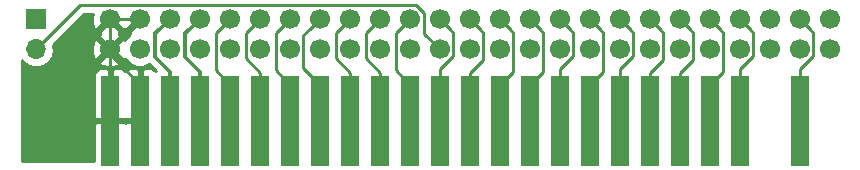
<source format=gbr>
G04 #@! TF.GenerationSoftware,KiCad,Pcbnew,(5.0.1-3-g963ef8bb5)*
G04 #@! TF.CreationDate,2020-10-13T22:01:46+01:00*
G04 #@! TF.ProjectId,ACE_Backplane_Adaptor,4143455F4261636B706C616E655F4164,rev?*
G04 #@! TF.SameCoordinates,Original*
G04 #@! TF.FileFunction,Copper,L1,Top,Signal*
G04 #@! TF.FilePolarity,Positive*
%FSLAX46Y46*%
G04 Gerber Fmt 4.6, Leading zero omitted, Abs format (unit mm)*
G04 Created by KiCad (PCBNEW (5.0.1-3-g963ef8bb5)) date Tuesday, 13 October 2020 at 22:01:46*
%MOMM*%
%LPD*%
G01*
G04 APERTURE LIST*
G04 #@! TA.AperFunction,SMDPad,CuDef*
%ADD10R,1.524000X7.620000*%
G04 #@! TD*
G04 #@! TA.AperFunction,ComponentPad*
%ADD11R,1.700000X1.700000*%
G04 #@! TD*
G04 #@! TA.AperFunction,ComponentPad*
%ADD12O,1.700000X1.700000*%
G04 #@! TD*
G04 #@! TA.AperFunction,ComponentPad*
%ADD13C,1.700000*%
G04 #@! TD*
G04 #@! TA.AperFunction,Conductor*
%ADD14C,0.250000*%
G04 #@! TD*
G04 #@! TA.AperFunction,Conductor*
%ADD15C,0.300000*%
G04 #@! TD*
G04 #@! TA.AperFunction,Conductor*
%ADD16C,0.254000*%
G04 #@! TD*
G04 APERTURE END LIST*
D10*
G04 #@! TO.P,Z1,A14*
G04 #@! TO.N,Net-(J1-PadA14)*
X151205001Y-95983001D03*
G04 #@! TO.P,Z1,A15*
G04 #@! TO.N,Net-(J1-PadA15)*
X153745001Y-95983001D03*
G04 #@! TO.P,Z1,A16*
G04 #@! TO.N,Net-(J1-PadA16)*
X156285001Y-95983001D03*
G04 #@! TO.P,Z1,A17*
G04 #@! TO.N,Net-(J1-PadA17)*
X158825001Y-95983001D03*
G04 #@! TO.P,Z1,A21*
G04 #@! TO.N,Net-(J1-PadA21)*
X168985001Y-95983001D03*
G04 #@! TO.P,Z1,A20*
G04 #@! TO.N,Net-(J1-PadA20)*
X166445001Y-95983001D03*
G04 #@! TO.P,Z1,A19*
G04 #@! TO.N,Net-(J1-PadA19)*
X163905001Y-95983001D03*
G04 #@! TO.P,Z1,A18*
G04 #@! TO.N,Net-(J1-PadA18)*
X161365001Y-95983001D03*
G04 #@! TO.P,Z1,A5*
G04 #@! TO.N,Net-(J1-PadA5)*
X128345001Y-95983001D03*
G04 #@! TO.P,Z1,A24*
G04 #@! TO.N,Net-(J1-PadA24)*
X176605001Y-95983001D03*
G04 #@! TO.P,Z1,A22*
G04 #@! TO.N,Net-(J1-PadA22)*
X171525001Y-95983001D03*
G04 #@! TO.P,Z1,A6*
G04 #@! TO.N,Net-(J1-PadA6)*
X130885001Y-95983001D03*
G04 #@! TO.P,Z1,A7*
G04 #@! TO.N,Net-(J1-PadA7)*
X133425001Y-95983001D03*
G04 #@! TO.P,Z1,A8*
G04 #@! TO.N,Net-(J1-PadA8)*
X135965001Y-95983001D03*
G04 #@! TO.P,Z1,A9*
G04 #@! TO.N,Net-(J1-PadA9)*
X138505001Y-95983001D03*
G04 #@! TO.P,Z1,A13*
G04 #@! TO.N,Net-(J1-PadA13)*
X148665001Y-95983001D03*
G04 #@! TO.P,Z1,A12*
G04 #@! TO.N,Net-(J1-PadA12)*
X146125001Y-95983001D03*
G04 #@! TO.P,Z1,A11*
G04 #@! TO.N,Net-(J1-PadA11)*
X143585001Y-95983001D03*
G04 #@! TO.P,Z1,A10*
G04 #@! TO.N,Net-(J1-PadA10)*
X141045001Y-95983001D03*
G04 #@! TO.P,Z1,A3*
G04 #@! TO.N,Net-(J1-PadA3)*
X123265001Y-95983001D03*
G04 #@! TO.P,Z1,A4*
G04 #@! TO.N,Net-(J1-PadA4)*
X125805001Y-95983001D03*
G04 #@! TO.P,Z1,A2*
G04 #@! TO.N,GND*
X120725001Y-95983001D03*
G04 #@! TO.P,Z1,A1*
X118185001Y-95983001D03*
G04 #@! TD*
D11*
G04 #@! TO.P,J2,1*
G04 #@! TO.N,GND*
X111887000Y-87376000D03*
D12*
G04 #@! TO.P,J2,2*
G04 #@! TO.N,Net-(J1-PadB12)*
X111887000Y-89916000D03*
G04 #@! TD*
D13*
G04 #@! TO.P,J1,A14*
G04 #@! TO.N,Net-(J1-PadA14)*
X151130000Y-87376000D03*
G04 #@! TO.P,J1,A15*
G04 #@! TO.N,Net-(J1-PadA15)*
X153670000Y-87376000D03*
G04 #@! TO.P,J1,A16*
G04 #@! TO.N,Net-(J1-PadA16)*
X156210000Y-87376000D03*
G04 #@! TO.P,J1,A17*
G04 #@! TO.N,Net-(J1-PadA17)*
X158750000Y-87376000D03*
G04 #@! TO.P,J1,A18*
G04 #@! TO.N,Net-(J1-PadA18)*
X161290000Y-87376000D03*
G04 #@! TO.P,J1,A19*
G04 #@! TO.N,Net-(J1-PadA19)*
X163830000Y-87376000D03*
G04 #@! TO.P,J1,A20*
G04 #@! TO.N,Net-(J1-PadA20)*
X166370000Y-87376000D03*
G04 #@! TO.P,J1,A21*
G04 #@! TO.N,Net-(J1-PadA21)*
X168910000Y-87376000D03*
G04 #@! TO.P,J1,A22*
G04 #@! TO.N,Net-(J1-PadA22)*
X171450000Y-87376000D03*
G04 #@! TO.P,J1,*
G04 #@! TO.N,*
X173990000Y-87376000D03*
G04 #@! TO.P,J1,A24*
G04 #@! TO.N,Net-(J1-PadA24)*
X176530000Y-87376000D03*
G04 #@! TO.P,J1,A13*
G04 #@! TO.N,Net-(J1-PadA13)*
X148590000Y-87376000D03*
G04 #@! TO.P,J1,A12*
G04 #@! TO.N,Net-(J1-PadA12)*
X146050000Y-87376000D03*
G04 #@! TO.P,J1,A11*
G04 #@! TO.N,Net-(J1-PadA11)*
X143510000Y-87376000D03*
G04 #@! TO.P,J1,A10*
G04 #@! TO.N,Net-(J1-PadA10)*
X140970000Y-87376000D03*
G04 #@! TO.P,J1,A9*
G04 #@! TO.N,Net-(J1-PadA9)*
X138430000Y-87376000D03*
G04 #@! TO.P,J1,A8*
G04 #@! TO.N,Net-(J1-PadA8)*
X135890000Y-87376000D03*
G04 #@! TO.P,J1,A7*
G04 #@! TO.N,Net-(J1-PadA7)*
X133350000Y-87376000D03*
G04 #@! TO.P,J1,A6*
G04 #@! TO.N,Net-(J1-PadA6)*
X130810000Y-87376000D03*
G04 #@! TO.P,J1,A5*
G04 #@! TO.N,Net-(J1-PadA5)*
X128270000Y-87376000D03*
G04 #@! TO.P,J1,A4*
G04 #@! TO.N,Net-(J1-PadA4)*
X125730000Y-87376000D03*
G04 #@! TO.P,J1,A3*
G04 #@! TO.N,Net-(J1-PadA3)*
X123190000Y-87376000D03*
G04 #@! TO.P,J1,A2*
G04 #@! TO.N,GND*
X120650000Y-87376000D03*
G04 #@! TO.P,J1,A1*
X118110000Y-87376000D03*
G04 #@! TO.P,J1,B1*
X118110000Y-89916000D03*
G04 #@! TO.P,J1,B2*
G04 #@! TO.N,Net-(J1-PadB2)*
X120650000Y-89916000D03*
G04 #@! TO.P,J1,B3*
G04 #@! TO.N,Net-(J1-PadB3)*
X123190000Y-89916000D03*
G04 #@! TO.P,J1,B4*
G04 #@! TO.N,Net-(J1-PadB4)*
X125730000Y-89916000D03*
G04 #@! TO.P,J1,B5*
G04 #@! TO.N,Net-(J1-PadB5)*
X128270000Y-89916000D03*
G04 #@! TO.P,J1,B6*
G04 #@! TO.N,Net-(J1-PadB6)*
X130810000Y-89916000D03*
G04 #@! TO.P,J1,B7*
G04 #@! TO.N,Net-(J1-PadB7)*
X133350000Y-89916000D03*
G04 #@! TO.P,J1,B8*
G04 #@! TO.N,Net-(J1-PadB8)*
X135890000Y-89916000D03*
G04 #@! TO.P,J1,B9*
G04 #@! TO.N,Net-(J1-PadB9)*
X138430000Y-89916000D03*
G04 #@! TO.P,J1,B10*
G04 #@! TO.N,Net-(J1-PadB10)*
X140970000Y-89916000D03*
G04 #@! TO.P,J1,B11*
G04 #@! TO.N,Net-(J1-PadB11)*
X143510000Y-89916000D03*
G04 #@! TO.P,J1,B12*
G04 #@! TO.N,Net-(J1-PadB12)*
X146050000Y-89916000D03*
G04 #@! TO.P,J1,B13*
G04 #@! TO.N,Net-(J1-PadB13)*
X148590000Y-89916000D03*
G04 #@! TO.P,J1,B24*
G04 #@! TO.N,Net-(J1-PadB24)*
X176530000Y-89916000D03*
G04 #@! TO.P,J1,*
G04 #@! TO.N,*
X173990000Y-89916000D03*
G04 #@! TO.P,J1,B22*
G04 #@! TO.N,Net-(J1-PadB22)*
X171450000Y-89916000D03*
G04 #@! TO.P,J1,B21*
G04 #@! TO.N,Net-(J1-PadB21)*
X168910000Y-89916000D03*
G04 #@! TO.P,J1,B20*
G04 #@! TO.N,Net-(J1-PadB20)*
X166370000Y-89916000D03*
G04 #@! TO.P,J1,B19*
G04 #@! TO.N,Net-(J1-PadB19)*
X163830000Y-89916000D03*
G04 #@! TO.P,J1,B18*
G04 #@! TO.N,Net-(J1-PadB18)*
X161290000Y-89916000D03*
G04 #@! TO.P,J1,B17*
G04 #@! TO.N,Net-(J1-PadB17)*
X158750000Y-89916000D03*
G04 #@! TO.P,J1,B16*
G04 #@! TO.N,Net-(J1-PadB16)*
X156210000Y-89916000D03*
G04 #@! TO.P,J1,B15*
G04 #@! TO.N,Net-(J1-PadB15)*
X153670000Y-89916000D03*
G04 #@! TO.P,J1,B14*
G04 #@! TO.N,Net-(J1-PadB14)*
X151130000Y-89916000D03*
G04 #@! TO.P,J1,A25*
G04 #@! TO.N,N/C*
X179070000Y-87376000D03*
G04 #@! TO.P,J1,B25*
X179070000Y-89916000D03*
G04 #@! TD*
D14*
G04 #@! TO.N,GND*
X118185001Y-89991001D02*
X118110000Y-89916000D01*
X118185001Y-95983001D02*
X118185001Y-89991001D01*
X118110000Y-89916000D02*
X118110000Y-87376000D01*
X118110000Y-87376000D02*
X120650000Y-87376000D01*
X118110000Y-90320000D02*
X118110000Y-89916000D01*
X120725001Y-92935001D02*
X118110000Y-90320000D01*
X120725001Y-95983001D02*
X120725001Y-92935001D01*
G04 #@! TO.N,Net-(J1-PadA14)*
X152305001Y-88551001D02*
X151979999Y-88225999D01*
X152305001Y-91835001D02*
X152305001Y-88551001D01*
X151205001Y-92935001D02*
X152305001Y-91835001D01*
X151979999Y-88225999D02*
X151130000Y-87376000D01*
X151205001Y-95983001D02*
X151205001Y-92935001D01*
G04 #@! TO.N,Net-(J1-PadA15)*
X154845001Y-88551001D02*
X154519999Y-88225999D01*
X154845001Y-91835001D02*
X154845001Y-88551001D01*
X154519999Y-88225999D02*
X153670000Y-87376000D01*
X153745001Y-92935001D02*
X154845001Y-91835001D01*
X153745001Y-95983001D02*
X153745001Y-92935001D01*
G04 #@! TO.N,Net-(J1-PadA16)*
X157059999Y-88225999D02*
X156210000Y-87376000D01*
X157385001Y-88551001D02*
X157059999Y-88225999D01*
X157385001Y-90480001D02*
X157385001Y-88551001D01*
X156285001Y-91580001D02*
X157385001Y-90480001D01*
X156285001Y-95983001D02*
X156285001Y-91580001D01*
G04 #@! TO.N,Net-(J1-PadA17)*
X159599999Y-88225999D02*
X158750000Y-87376000D01*
X159925001Y-88551001D02*
X159599999Y-88225999D01*
X158825001Y-92935001D02*
X159925001Y-91835001D01*
X159925001Y-91835001D02*
X159925001Y-88551001D01*
X158825001Y-95983001D02*
X158825001Y-92935001D01*
G04 #@! TO.N,Net-(J1-PadA18)*
X162465001Y-88551001D02*
X162139999Y-88225999D01*
X162465001Y-90480001D02*
X162465001Y-88551001D01*
X161365001Y-91580001D02*
X162465001Y-90480001D01*
X162139999Y-88225999D02*
X161290000Y-87376000D01*
X161365001Y-95983001D02*
X161365001Y-91580001D01*
G04 #@! TO.N,Net-(J1-PadA19)*
X164679999Y-88225999D02*
X163830000Y-87376000D01*
X165005001Y-90823001D02*
X165005001Y-88551001D01*
X163905001Y-91923001D02*
X165005001Y-90823001D01*
X165005001Y-88551001D02*
X164679999Y-88225999D01*
X163905001Y-95983001D02*
X163905001Y-91923001D01*
G04 #@! TO.N,Net-(J1-PadA20)*
X167219999Y-88225999D02*
X166370000Y-87376000D01*
X167545001Y-88551001D02*
X167219999Y-88225999D01*
X167545001Y-90823001D02*
X167545001Y-88551001D01*
X166445001Y-91923001D02*
X167545001Y-90823001D01*
X166445001Y-95983001D02*
X166445001Y-91923001D01*
G04 #@! TO.N,Net-(J1-PadA21)*
X169759999Y-88225999D02*
X168910000Y-87376000D01*
X170085001Y-91835001D02*
X170085001Y-88551001D01*
X168985001Y-92935001D02*
X170085001Y-91835001D01*
X170085001Y-88551001D02*
X169759999Y-88225999D01*
X168985001Y-95983001D02*
X168985001Y-92935001D01*
G04 #@! TO.N,Net-(J1-PadA22)*
X172299999Y-88225999D02*
X171450000Y-87376000D01*
X172625001Y-88551001D02*
X172299999Y-88225999D01*
X172625001Y-90480001D02*
X172625001Y-88551001D01*
X171525001Y-91580001D02*
X172625001Y-90480001D01*
X171525001Y-95983001D02*
X171525001Y-91580001D01*
G04 #@! TO.N,Net-(J1-PadA24)*
X177379999Y-88225999D02*
X176530000Y-87376000D01*
X177705001Y-90480001D02*
X177705001Y-88551001D01*
X177705001Y-88551001D02*
X177379999Y-88225999D01*
X176605001Y-91580001D02*
X177705001Y-90480001D01*
X176605001Y-95983001D02*
X176605001Y-91580001D01*
G04 #@! TO.N,Net-(J1-PadA13)*
X149439999Y-88225999D02*
X148590000Y-87376000D01*
X149765001Y-88551001D02*
X149439999Y-88225999D01*
X148665001Y-91923001D02*
X149765001Y-90823001D01*
X149765001Y-90823001D02*
X149765001Y-88551001D01*
X148665001Y-95983001D02*
X148665001Y-91923001D01*
G04 #@! TO.N,Net-(J1-PadA12)*
X147225001Y-90480001D02*
X147225001Y-88551001D01*
X146125001Y-91580001D02*
X147225001Y-90480001D01*
X146899999Y-88225999D02*
X146050000Y-87376000D01*
X147225001Y-88551001D02*
X146899999Y-88225999D01*
X146125001Y-95983001D02*
X146125001Y-91580001D01*
G04 #@! TO.N,Net-(J1-PadA11)*
X142660001Y-88225999D02*
X143510000Y-87376000D01*
X142334999Y-88551001D02*
X142660001Y-88225999D01*
X142334999Y-91684999D02*
X142334999Y-88551001D01*
X143585001Y-92935001D02*
X142334999Y-91684999D01*
X143585001Y-95983001D02*
X143585001Y-92935001D01*
G04 #@! TO.N,Net-(J1-PadA10)*
X140120001Y-88225999D02*
X140970000Y-87376000D01*
X139794999Y-90672999D02*
X139794999Y-88551001D01*
X141045001Y-91923001D02*
X139794999Y-90672999D01*
X139794999Y-88551001D02*
X140120001Y-88225999D01*
X141045001Y-95983001D02*
X141045001Y-91923001D01*
G04 #@! TO.N,Net-(J1-PadA9)*
X137580001Y-88225999D02*
X138430000Y-87376000D01*
X137254999Y-88551001D02*
X137580001Y-88225999D01*
X137254999Y-90672999D02*
X137254999Y-88551001D01*
X138505001Y-91923001D02*
X137254999Y-90672999D01*
X138505001Y-95983001D02*
X138505001Y-91923001D01*
G04 #@! TO.N,Net-(J1-PadA8)*
X134525001Y-91495001D02*
X134525001Y-88740999D01*
X135965001Y-92935001D02*
X134525001Y-91495001D01*
X135040001Y-88225999D02*
X135890000Y-87376000D01*
X134525001Y-88740999D02*
X135040001Y-88225999D01*
X135965001Y-95983001D02*
X135965001Y-92935001D01*
G04 #@! TO.N,Net-(J1-PadA7)*
X132500001Y-88225999D02*
X133350000Y-87376000D01*
X132174999Y-88551001D02*
X132500001Y-88225999D01*
X133425001Y-92935001D02*
X132174999Y-91684999D01*
X132174999Y-91684999D02*
X132174999Y-88551001D01*
X133425001Y-95983001D02*
X133425001Y-92935001D01*
G04 #@! TO.N,Net-(J1-PadA6)*
X129634999Y-88551001D02*
X129960001Y-88225999D01*
X129960001Y-88225999D02*
X130810000Y-87376000D01*
X129634999Y-90672999D02*
X129634999Y-88551001D01*
X130885001Y-91923001D02*
X129634999Y-90672999D01*
X130885001Y-95983001D02*
X130885001Y-91923001D01*
G04 #@! TO.N,Net-(J1-PadA5)*
X127094999Y-88551001D02*
X127420001Y-88225999D01*
X127094999Y-91684999D02*
X127094999Y-88551001D01*
X128345001Y-92935001D02*
X127094999Y-91684999D01*
X127420001Y-88225999D02*
X128270000Y-87376000D01*
X128345001Y-95983001D02*
X128345001Y-92935001D01*
D15*
G04 #@! TO.N,Net-(J1-PadA4)*
X124880001Y-88225999D02*
X125730000Y-87376000D01*
X124529999Y-88576001D02*
X124880001Y-88225999D01*
X124529999Y-90597999D02*
X124529999Y-88576001D01*
X125805001Y-91873001D02*
X124529999Y-90597999D01*
X125805001Y-95983001D02*
X125805001Y-91873001D01*
G04 #@! TO.N,Net-(J1-PadA3)*
X122340001Y-88225999D02*
X123190000Y-87376000D01*
X121989999Y-88576001D02*
X122340001Y-88225999D01*
X121989999Y-90597999D02*
X121989999Y-88576001D01*
X123265001Y-91873001D02*
X121989999Y-90597999D01*
X123265001Y-95983001D02*
X123265001Y-91873001D01*
D14*
G04 #@! TO.N,Net-(J1-PadB12)*
X112736999Y-89066001D02*
X111887000Y-89916000D01*
X115602001Y-86200999D02*
X112736999Y-89066001D01*
X144737762Y-86864760D02*
X144074001Y-86200999D01*
X144074001Y-86200999D02*
X115602001Y-86200999D01*
X144737762Y-88603762D02*
X144737762Y-86864760D01*
X146050000Y-89916000D02*
X144737762Y-88603762D01*
G04 #@! TD*
D16*
G04 #@! TO.N,GND*
G36*
X116613282Y-87147279D02*
X116639685Y-87737458D01*
X116814741Y-88160080D01*
X117066042Y-88240353D01*
X117930395Y-87376000D01*
X117916253Y-87361858D01*
X118095858Y-87182253D01*
X118110000Y-87196395D01*
X118124143Y-87182253D01*
X118303748Y-87361858D01*
X118289605Y-87376000D01*
X119153958Y-88240353D01*
X119380000Y-88168148D01*
X119606042Y-88240353D01*
X120470395Y-87376000D01*
X120456253Y-87361858D01*
X120635858Y-87182253D01*
X120650000Y-87196395D01*
X120664143Y-87182253D01*
X120843748Y-87361858D01*
X120829605Y-87376000D01*
X120843748Y-87390143D01*
X120664143Y-87569748D01*
X120650000Y-87555605D01*
X119785647Y-88419958D01*
X119855247Y-88637845D01*
X119808815Y-88657078D01*
X119391078Y-89074815D01*
X119371845Y-89121247D01*
X119153958Y-89051647D01*
X118289605Y-89916000D01*
X119153958Y-90780353D01*
X119371845Y-90710753D01*
X119391078Y-90757185D01*
X119808815Y-91174922D01*
X120354615Y-91401000D01*
X120945385Y-91401000D01*
X121459874Y-91187892D01*
X121489591Y-91207748D01*
X122025903Y-91744060D01*
X121997938Y-91785912D01*
X121846699Y-91634674D01*
X121613310Y-91538001D01*
X121010751Y-91538001D01*
X120852001Y-91696751D01*
X120852001Y-95856001D01*
X120872001Y-95856001D01*
X120872001Y-96110001D01*
X120852001Y-96110001D01*
X120852001Y-96130001D01*
X120598001Y-96130001D01*
X120598001Y-96110001D01*
X119486751Y-96110001D01*
X119455001Y-96141751D01*
X119423251Y-96110001D01*
X118312001Y-96110001D01*
X118312001Y-96130001D01*
X118058001Y-96130001D01*
X118058001Y-96110001D01*
X116946751Y-96110001D01*
X116788001Y-96268751D01*
X116788001Y-99366000D01*
X110692000Y-99366000D01*
X110692000Y-92046691D01*
X116788001Y-92046691D01*
X116788001Y-95697251D01*
X116946751Y-95856001D01*
X118058001Y-95856001D01*
X118058001Y-91696751D01*
X118312001Y-91696751D01*
X118312001Y-95856001D01*
X119423251Y-95856001D01*
X119455001Y-95824251D01*
X119486751Y-95856001D01*
X120598001Y-95856001D01*
X120598001Y-91696751D01*
X120439251Y-91538001D01*
X119836692Y-91538001D01*
X119603303Y-91634674D01*
X119455001Y-91782975D01*
X119306699Y-91634674D01*
X119073310Y-91538001D01*
X118470751Y-91538001D01*
X118312001Y-91696751D01*
X118058001Y-91696751D01*
X117899251Y-91538001D01*
X117296692Y-91538001D01*
X117063303Y-91634674D01*
X116884674Y-91813302D01*
X116788001Y-92046691D01*
X110692000Y-92046691D01*
X110692000Y-90800485D01*
X110816375Y-90986625D01*
X111307582Y-91314839D01*
X111740744Y-91401000D01*
X112033256Y-91401000D01*
X112466418Y-91314839D01*
X112957625Y-90986625D01*
X112975443Y-90959958D01*
X117245647Y-90959958D01*
X117325920Y-91211259D01*
X117881279Y-91412718D01*
X118471458Y-91386315D01*
X118894080Y-91211259D01*
X118974353Y-90959958D01*
X118110000Y-90095605D01*
X117245647Y-90959958D01*
X112975443Y-90959958D01*
X113285839Y-90495418D01*
X113401092Y-89916000D01*
X113355597Y-89687279D01*
X116613282Y-89687279D01*
X116639685Y-90277458D01*
X116814741Y-90700080D01*
X117066042Y-90780353D01*
X117930395Y-89916000D01*
X117066042Y-89051647D01*
X116814741Y-89131920D01*
X116613282Y-89687279D01*
X113355597Y-89687279D01*
X113328209Y-89549592D01*
X114457843Y-88419958D01*
X117245647Y-88419958D01*
X117317852Y-88646000D01*
X117245647Y-88872042D01*
X118110000Y-89736395D01*
X118974353Y-88872042D01*
X118902148Y-88646000D01*
X118974353Y-88419958D01*
X118110000Y-87555605D01*
X117245647Y-88419958D01*
X114457843Y-88419958D01*
X115916803Y-86960999D01*
X116680856Y-86960999D01*
X116613282Y-87147279D01*
X116613282Y-87147279D01*
G37*
X116613282Y-87147279D02*
X116639685Y-87737458D01*
X116814741Y-88160080D01*
X117066042Y-88240353D01*
X117930395Y-87376000D01*
X117916253Y-87361858D01*
X118095858Y-87182253D01*
X118110000Y-87196395D01*
X118124143Y-87182253D01*
X118303748Y-87361858D01*
X118289605Y-87376000D01*
X119153958Y-88240353D01*
X119380000Y-88168148D01*
X119606042Y-88240353D01*
X120470395Y-87376000D01*
X120456253Y-87361858D01*
X120635858Y-87182253D01*
X120650000Y-87196395D01*
X120664143Y-87182253D01*
X120843748Y-87361858D01*
X120829605Y-87376000D01*
X120843748Y-87390143D01*
X120664143Y-87569748D01*
X120650000Y-87555605D01*
X119785647Y-88419958D01*
X119855247Y-88637845D01*
X119808815Y-88657078D01*
X119391078Y-89074815D01*
X119371845Y-89121247D01*
X119153958Y-89051647D01*
X118289605Y-89916000D01*
X119153958Y-90780353D01*
X119371845Y-90710753D01*
X119391078Y-90757185D01*
X119808815Y-91174922D01*
X120354615Y-91401000D01*
X120945385Y-91401000D01*
X121459874Y-91187892D01*
X121489591Y-91207748D01*
X122025903Y-91744060D01*
X121997938Y-91785912D01*
X121846699Y-91634674D01*
X121613310Y-91538001D01*
X121010751Y-91538001D01*
X120852001Y-91696751D01*
X120852001Y-95856001D01*
X120872001Y-95856001D01*
X120872001Y-96110001D01*
X120852001Y-96110001D01*
X120852001Y-96130001D01*
X120598001Y-96130001D01*
X120598001Y-96110001D01*
X119486751Y-96110001D01*
X119455001Y-96141751D01*
X119423251Y-96110001D01*
X118312001Y-96110001D01*
X118312001Y-96130001D01*
X118058001Y-96130001D01*
X118058001Y-96110001D01*
X116946751Y-96110001D01*
X116788001Y-96268751D01*
X116788001Y-99366000D01*
X110692000Y-99366000D01*
X110692000Y-92046691D01*
X116788001Y-92046691D01*
X116788001Y-95697251D01*
X116946751Y-95856001D01*
X118058001Y-95856001D01*
X118058001Y-91696751D01*
X118312001Y-91696751D01*
X118312001Y-95856001D01*
X119423251Y-95856001D01*
X119455001Y-95824251D01*
X119486751Y-95856001D01*
X120598001Y-95856001D01*
X120598001Y-91696751D01*
X120439251Y-91538001D01*
X119836692Y-91538001D01*
X119603303Y-91634674D01*
X119455001Y-91782975D01*
X119306699Y-91634674D01*
X119073310Y-91538001D01*
X118470751Y-91538001D01*
X118312001Y-91696751D01*
X118058001Y-91696751D01*
X117899251Y-91538001D01*
X117296692Y-91538001D01*
X117063303Y-91634674D01*
X116884674Y-91813302D01*
X116788001Y-92046691D01*
X110692000Y-92046691D01*
X110692000Y-90800485D01*
X110816375Y-90986625D01*
X111307582Y-91314839D01*
X111740744Y-91401000D01*
X112033256Y-91401000D01*
X112466418Y-91314839D01*
X112957625Y-90986625D01*
X112975443Y-90959958D01*
X117245647Y-90959958D01*
X117325920Y-91211259D01*
X117881279Y-91412718D01*
X118471458Y-91386315D01*
X118894080Y-91211259D01*
X118974353Y-90959958D01*
X118110000Y-90095605D01*
X117245647Y-90959958D01*
X112975443Y-90959958D01*
X113285839Y-90495418D01*
X113401092Y-89916000D01*
X113355597Y-89687279D01*
X116613282Y-89687279D01*
X116639685Y-90277458D01*
X116814741Y-90700080D01*
X117066042Y-90780353D01*
X117930395Y-89916000D01*
X117066042Y-89051647D01*
X116814741Y-89131920D01*
X116613282Y-89687279D01*
X113355597Y-89687279D01*
X113328209Y-89549592D01*
X114457843Y-88419958D01*
X117245647Y-88419958D01*
X117317852Y-88646000D01*
X117245647Y-88872042D01*
X118110000Y-89736395D01*
X118974353Y-88872042D01*
X118902148Y-88646000D01*
X118974353Y-88419958D01*
X118110000Y-87555605D01*
X117245647Y-88419958D01*
X114457843Y-88419958D01*
X115916803Y-86960999D01*
X116680856Y-86960999D01*
X116613282Y-87147279D01*
G36*
X112014000Y-87249000D02*
X112034000Y-87249000D01*
X112034000Y-87503000D01*
X112014000Y-87503000D01*
X112014000Y-87523000D01*
X111760000Y-87523000D01*
X111760000Y-87503000D01*
X111740000Y-87503000D01*
X111740000Y-87249000D01*
X111760000Y-87249000D01*
X111760000Y-87229000D01*
X112014000Y-87229000D01*
X112014000Y-87249000D01*
X112014000Y-87249000D01*
G37*
X112014000Y-87249000D02*
X112034000Y-87249000D01*
X112034000Y-87503000D01*
X112014000Y-87503000D01*
X112014000Y-87523000D01*
X111760000Y-87523000D01*
X111760000Y-87503000D01*
X111740000Y-87503000D01*
X111740000Y-87249000D01*
X111760000Y-87249000D01*
X111760000Y-87229000D01*
X112014000Y-87229000D01*
X112014000Y-87249000D01*
G04 #@! TD*
M02*

</source>
